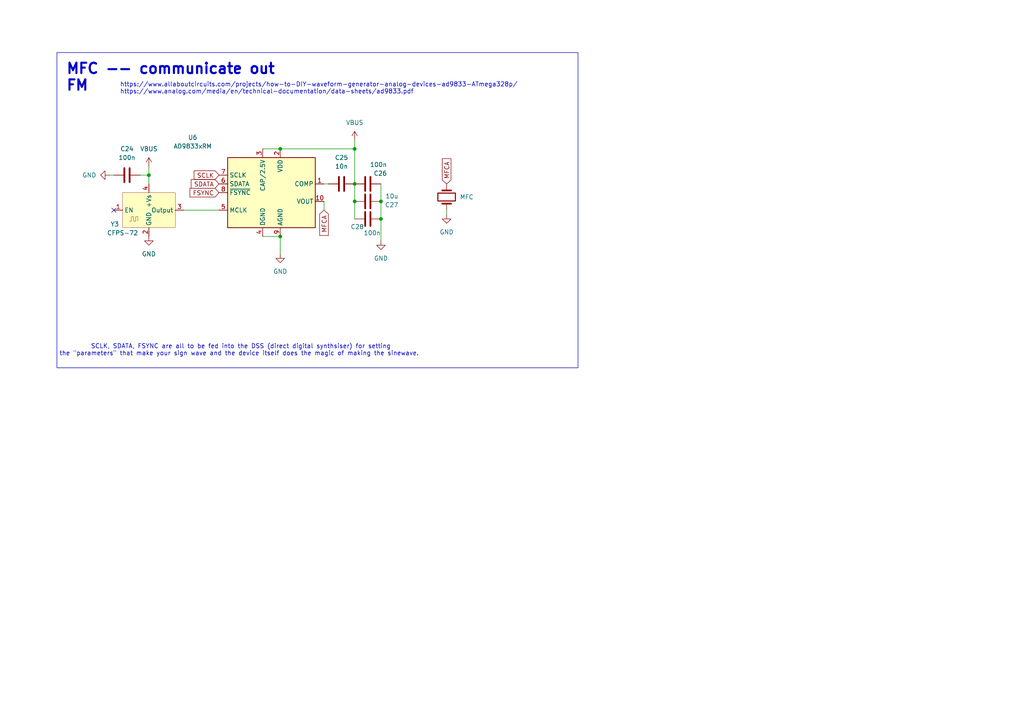
<source format=kicad_sch>
(kicad_sch (version 20231120) (generator "eeschema") (generator_version "8.0")
  (paper "A4")
  (lib_symbols
    (symbol "Device:C" (pin_numbers hide) (pin_names (offset 0.254))
      (property "Reference" "C" (at 0.635 2.54 0))
      (property "Value" "C" (at 0.635 -2.54 0))
      (symbol "C_0_1"
        (polyline (pts (xy -2.032 -0.762) (xy 2.032 -0.762)) (stroke (width 0.508)))
        (polyline (pts (xy -2.032 0.762) (xy 2.032 0.762)) (stroke (width 0.508)))
      )
      (symbol "C_1_1"
        (pin passive line (at 0 3.81 270) (length 2.794) (name "~") (number "1"))
        (pin passive line (at 0 -3.81 90) (length 2.794) (name "~") (number "2"))
      )
    )
    (symbol "Device:Crystal" (pin_numbers hide) (pin_names (offset 1.016) hide)
      (property "Reference" "Y" (at 0 3.81 0))
      (property "Value" "Crystal" (at 0 -3.81 0))
      (symbol "Crystal_0_1"
        (rectangle (start -1.143 2.54) (end 1.143 -2.54) (stroke (width 0.3048)))
        (polyline (pts (xy -2.54 0) (xy -1.905 0)))
        (polyline (pts (xy -1.905 -1.27) (xy -1.905 1.27)) (stroke (width 0.508)))
        (polyline (pts (xy 1.905 -1.27) (xy 1.905 1.27)) (stroke (width 0.508)))
        (polyline (pts (xy 2.54 0) (xy 1.905 0)))
      )
      (symbol "Crystal_1_1"
        (pin passive line (at -3.81 0 0) (length 1.27) (name "1") (number "1"))
        (pin passive line (at 3.81 0 180) (length 1.27) (name "2") (number "2"))
      )
    )
    (symbol "Interface:AD9833xRM"
      (property "Reference" "U" (at -12.7 11.43 0))
      (property "Value" "AD9833xRM" (at 5.08 11.43 0))
      (symbol "AD9833xRM_0_1"
        (rectangle (start -12.7 10.16) (end 12.7 -10.16) (stroke (width 0.254)) (fill (type background)))
      )
      (symbol "AD9833xRM_1_1"
        (pin passive line (at 15.24 2.54 180) (length 2.54) (name "COMP") (number "1"))
        (pin output line (at 15.24 -2.54 180) (length 2.54) (name "VOUT") (number "10"))
        (pin power_in line (at 2.54 12.7 270) (length 2.54) (name "VDD") (number "2"))
        (pin power_in line (at -2.54 12.7 270) (length 2.54) (name "CAP/2.5V") (number "3"))
        (pin power_in line (at -2.54 -12.7 90) (length 2.54) (name "DGND") (number "4"))
        (pin input line (at -15.24 -5.08 0) (length 2.54) (name "MCLK") (number "5"))
        (pin input line (at -15.24 2.54 0) (length 2.54) (name "SDATA") (number "6"))
        (pin input line (at -15.24 5.08 0) (length 2.54) (name "SCLK") (number "7"))
        (pin input line (at -15.24 0 0) (length 2.54) (name "~{FSYNC}") (number "8"))
        (pin power_in line (at 2.54 -12.7 90) (length 2.54) (name "AGND") (number "9"))
      )
    )
    (symbol "Oscillator:CFPS-72"
      (property "Reference" "Y" (at -6.35 6.35 0))
      (property "Value" "CFPS-72" (at 6.35 6.35 0))
      (symbol "CFPS-72_0_1"
        (rectangle (start -7.62 5.08) (end 7.62 -5.08) (stroke (width 0.001)) (fill (type background)))
        (polyline (pts (xy -5.715 -3.175) (xy -5.08 -3.175) (xy -5.08 -1.905) (xy -4.445 -1.905) (xy -4.445 -3.175) (xy -3.81 -3.175) (xy -3.81 -1.905) (xy -3.175 -1.905) (xy -3.175 -3.175)) (stroke (width 0.0005)))
      )
      (symbol "CFPS-72_1_1"
        (pin input line (at -10.16 0 0) (length 2.54) (name "EN") (number "1"))
        (pin power_in line (at 0 -7.62 90) (length 2.54) (name "GND") (number "2"))
        (pin output line (at 10.16 0 180) (length 2.54) (name "Output") (number "3"))
        (pin power_in line (at 0 7.62 270) (length 2.54) (name "+Vs") (number "4"))
      )
    )
    (symbol "power:GND" (power) (pin_names (offset 0))
      (property "Value" "GND" (at 0 -3.81 0))
      (symbol "GND_0_1"
        (polyline (pts (xy 0 0) (xy 0 -1.27) (xy 1.27 -1.27) (xy 0 -2.54) (xy -1.27 -1.27) (xy 0 -1.27)))
      )
      (symbol "GND_1_1"
        (pin power_in line (at 0 0 270) (length 0) hide (name "GND") (number "1"))
      )
    )
    (symbol "power:VBUS" (power) (pin_names (offset 0))
      (property "Value" "VBUS" (at 0 3.81 0))
      (symbol "VBUS_0_1"
        (polyline (pts (xy -0.762 1.27) (xy 0 2.54)))
        (polyline (pts (xy 0 0) (xy 0 2.54)))
        (polyline (pts (xy 0 2.54) (xy 0.762 1.27)))
      )
      (symbol "VBUS_1_1"
        (pin power_in line (at 0 0 90) (length 0) hide (name "VBUS") (number "1"))
      )
    )
  )
  (junction (at 81.28 68.58))
  (junction (at 102.87 43.18))
  (junction (at 110.49 58.42))
  (junction (at 81.28 43.18))
  (junction (at 102.87 53.34))
  (junction (at 110.49 63.5))
  (junction (at 102.87 58.42))
  (junction (at 43.18 50.8))
  (no_connect (at 33.02 60.96))
  (wire (pts (xy 81.28 68.58) (xy 81.28 73.66)))
  (wire (pts (xy 93.98 60.96) (xy 93.98 58.42)))
  (wire (pts (xy 102.87 53.34) (xy 102.87 58.42)))
  (wire (pts (xy 76.2 43.18) (xy 81.28 43.18)))
  (wire (pts (xy 102.87 43.18) (xy 102.87 53.34)))
  (wire (pts (xy 110.49 53.34) (xy 110.49 58.42)))
  (wire (pts (xy 40.64 50.8) (xy 43.18 50.8)))
  (wire (pts (xy 31.75 50.8) (xy 33.02 50.8)))
  (wire (pts (xy 102.87 58.42) (xy 102.87 63.5)))
  (wire (pts (xy 43.18 48.26) (xy 43.18 50.8)))
  (wire (pts (xy 81.28 43.18) (xy 102.87 43.18)))
  (wire (pts (xy 53.34 60.96) (xy 63.5 60.96)))
  (wire (pts (xy 93.98 53.34) (xy 95.25 53.34)))
  (wire (pts (xy 110.49 63.5) (xy 110.49 69.85)))
  (wire (pts (xy 102.87 40.64) (xy 102.87 43.18)))
  (wire (pts (xy 76.2 68.58) (xy 81.28 68.58)))
  (wire (pts (xy 43.18 50.8) (xy 43.18 53.34)))
  (wire (pts (xy 110.49 58.42) (xy 110.49 63.5)))
  (wire (pts (xy 129.54 60.96) (xy 129.54 62.23)))
  (rectangle (start 16.51 15.24) (end 167.64 106.68))
  (text "SCLK, SDATA, FSYNC are all to be fed into the DSS (direct digital synthsiser) for setting\nthe \"parameters\" that make your sign wave and the device itself does the magic of making the sinewave. \n" (at 69.85 101.6 0) (effects (font (size 1.27 1.27))))
  (text "MFC -- communicate out\nFM" (at 19.05 26.67 0) (effects (font (size 3 3) (thickness 0.6) (bold yes)) (justify left bottom)))
  (text "https://www.allaboutcircuits.com/projects/how-to-DIY-waveform-generator-analog-devices-ad9833-ATmega328p/\nhttps://www.analog.com/media/en/technical-documentation/data-sheets/ad9833.pdf" (at 34.798 25.654 0) (effects (font (size 1.27 1.27)) (justify left)))
  (global_label "MFCA" (shape input) (at 129.54 53.34 90) (property "Intersheetrefs" "${INTERSHEET_REFS}" (effects (hide yes))))
  (global_label "SCLK" (shape input) (at 63.5 50.8 180) (property "Intersheetrefs" "${INTERSHEET_REFS}" (effects (hide yes))))
  (global_label "MFCA" (shape input) (at 93.98 60.96 270) (property "Intersheetrefs" "${INTERSHEET_REFS}" (effects (hide yes))))
  (global_label "SDATA" (shape input) (at 63.5 53.34 180) (property "Intersheetrefs" "${INTERSHEET_REFS}" (effects (hide yes))))
  (global_label "FSYNC" (shape input) (at 63.5 55.88 180) (property "Intersheetrefs" "${INTERSHEET_REFS}" (effects (hide yes))))
  (symbol (lib_id "power:VBUS") (at 102.87 40.64 0) (unit 1)
    (property "Reference" "#PWR043" (effects (hide yes)))
    (property "Value" "VBUS" (at 102.87 35.56 0))
  )
  (symbol (lib_id "power:VBUS") (at 43.18 48.26 0) (unit 1)
    (property "Reference" "#PWR044" (effects (hide yes)))
    (property "Value" "VBUS" (at 43.18 43.18 0))
  )
  (symbol (lib_id "Device:C") (at 99.06 53.34 90) (unit 1)
    (property "Reference" "C25" (at 99.06 45.72 90))
    (property "Value" "10n" (at 99.06 48.26 90))
    (property "Footprint" "Capacitor_SMD:C_0201_0603Metric" (effects (hide yes)))
    (property "Description" "Unpolarized capacitor" (effects (hide yes)))
  )
  (symbol (lib_id "Device:C") (at 106.68 58.42 270) (unit 1)
    (property "Reference" "C27" (at 115.57 59.436 90) (effects (justify right)))
    (property "Value" "10u" (at 115.57 56.896 90) (effects (justify right)))
    (property "Footprint" "Capacitor_SMD:C_0201_0603Metric" (effects (hide yes)))
    (property "Description" "Unpolarized capacitor" (effects (hide yes)))
  )
  (symbol (lib_id "Interface:AD9833xRM") (at 78.74 55.88 0) (unit 1)
    (property "Reference" "U6" (at 55.88 39.878 0))
    (property "Value" "AD9833xRM" (at 55.88 42.418 0))
    (property "Footprint" "Package_SO:MSOP-10_3x3mm_P0.5mm" (effects (hide yes)))
    (property "Datasheet" "https://www.analog.com/media/en/technical-documentation/data-sheets/ad9833.pdf" (effects (hide yes)))
  )
  (symbol (lib_id "Oscillator:CFPS-72") (at 43.18 60.96 0) (unit 1)
    (property "Reference" "Y3" (at 33.274 65.024 0))
    (property "Value" "CFPS-72" (at 35.56 67.564 0))
    (property "Footprint" "Oscillator:Oscillator_SMD_IQD_IQXO70-4Pin_7.5x5.0mm" (effects (hide yes)))
    (property "Datasheet" "https://www.iqdfrequencyproducts.com/products/details/cfps-72-14-01.pdf" (effects (hide yes)))
    (property "Description" "500kHz-100MHz 5V Crystal Oscillator, IQD CFPS-72" (effects (hide yes)))
  )
  (symbol (lib_id "Device:Crystal") (at 129.54 57.15 90) (unit 1)
    (property "Reference" "Y4" (effects (hide yes)))
    (property "Value" "MFC" (at 133.35 57.15 90) (effects (justify right)))
    (property "Footprint" "Crystal:Crystal_AT310_D3.0mm_L10.0mm_Horizontal_1EP_style1" (effects (hide yes)))
  )
  (symbol (lib_id "power:GND") (at 31.75 50.8 270) (unit 1)
    (property "Reference" "#PWR046" (effects (hide yes)))
    (property "Value" "GND" (at 27.94 50.7999 90) (effects (justify right)))
  )
  (symbol (lib_id "power:GND") (at 43.18 68.58 0) (unit 1)
    (property "Reference" "#PWR045" (effects (hide yes)))
    (property "Value" "GND" (at 43.18 73.66 0))
  )
  (symbol (lib_id "Device:C") (at 36.83 50.8 90) (unit 1)
    (property "Reference" "C24" (at 36.83 43.18 90))
    (property "Value" "100n" (at 36.83 45.72 90))
    (property "Footprint" "Capacitor_SMD:C_0201_0603Metric" (effects (hide yes)))
    (property "Description" "Unpolarized capacitor" (effects (hide yes)))
  )
  (symbol (lib_id "power:GND") (at 129.54 62.23 0) (unit 1)
    (property "Reference" "#PWR048" (effects (hide yes)))
    (property "Value" "GND" (at 129.54 67.31 0))
  )
  (symbol (lib_id "power:GND") (at 110.49 69.85 0) (unit 1)
    (property "Reference" "#PWR047" (effects (hide yes)))
    (property "Value" "GND" (at 110.49 74.93 0))
  )
  (symbol (lib_id "Device:C") (at 106.68 53.34 270) (unit 1)
    (property "Reference" "C26" (at 112.268 50.292 90) (effects (justify right)))
    (property "Value" "100n" (at 112.268 47.752 90) (effects (justify right)))
    (property "Footprint" "Capacitor_SMD:C_0201_0603Metric" (effects (hide yes)))
    (property "Description" "Unpolarized capacitor" (effects (hide yes)))
  )
  (symbol (lib_id "power:GND") (at 81.28 73.66 0) (unit 1)
    (property "Reference" "#PWR042" (effects (hide yes)))
    (property "Value" "GND" (at 81.28 78.74 0))
  )
  (symbol (lib_id "Device:C") (at 106.68 63.5 90) (unit 1)
    (property "Reference" "C28" (at 103.632 65.786 90))
    (property "Value" "100n" (at 107.95 67.564 90))
    (property "Footprint" "Capacitor_SMD:C_0201_0603Metric" (effects (hide yes)))
    (property "Description" "Unpolarized capacitor" (effects (hide yes)))
  )
)
</source>
